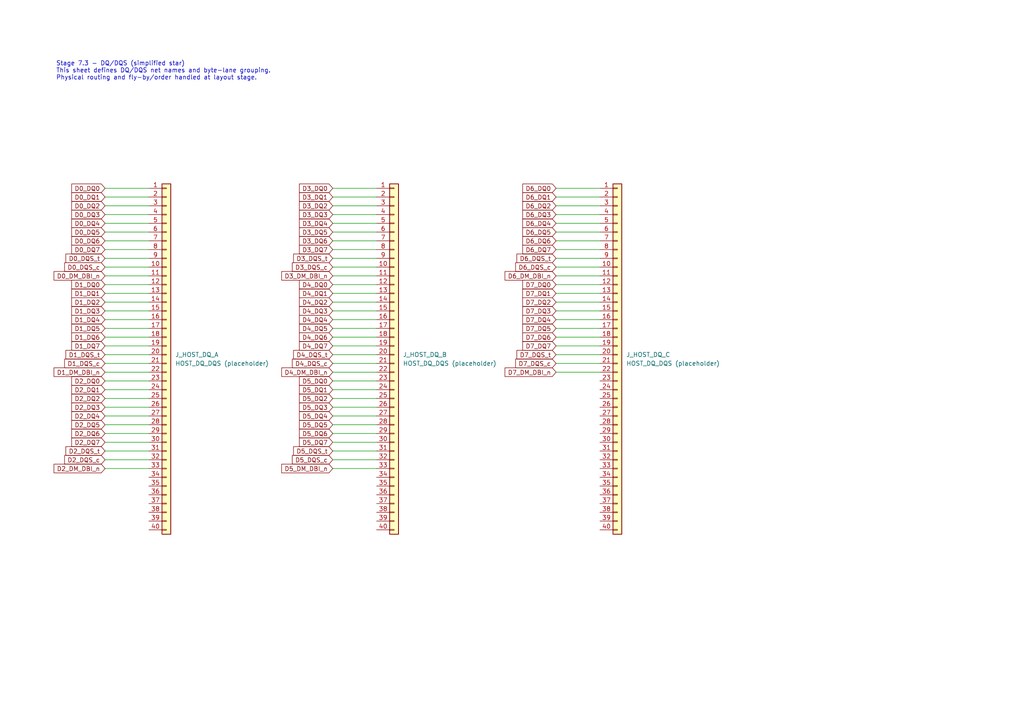
<source format=kicad_sch>
(kicad_sch (version 20250114) (generator "eeschema") (generator_version "9.0")
  (paper "A4")
  (lib_symbols
    (symbol "Connector_Generic:Conn_01x40" (pin_names (offset 1.016) (hide yes))
      (property "Reference" "J" (at 0 50.8 0))
      (property "Value" "Conn_01x40" (at 0 -53.34 0))
      (symbol "Conn_01x40_1_1"
        (rectangle (start -1.27 49.53) (end 1.27 -52.07) (stroke (width 0.254)) (fill (type background)))
        (rectangle (start -1.27 48.387) (end 0 48.133) (stroke (width 0.1524)))
        (rectangle (start -1.27 45.847) (end 0 45.593) (stroke (width 0.1524)))
        (rectangle (start -1.27 43.307) (end 0 43.053) (stroke (width 0.1524)))
        (rectangle (start -1.27 40.767) (end 0 40.513) (stroke (width 0.1524)))
        (rectangle (start -1.27 38.227) (end 0 37.973) (stroke (width 0.1524)))
        (rectangle (start -1.27 35.687) (end 0 35.433) (stroke (width 0.1524)))
        (rectangle (start -1.27 33.147) (end 0 32.893) (stroke (width 0.1524)))
        (rectangle (start -1.27 30.607) (end 0 30.353) (stroke (width 0.1524)))
        (rectangle (start -1.27 28.067) (end 0 27.813) (stroke (width 0.1524)))
        (rectangle (start -1.27 25.527) (end 0 25.273) (stroke (width 0.1524)))
        (rectangle (start -1.27 22.987) (end 0 22.733) (stroke (width 0.1524)))
        (rectangle (start -1.27 20.447) (end 0 20.193) (stroke (width 0.1524)))
        (rectangle (start -1.27 17.907) (end 0 17.653) (stroke (width 0.1524)))
        (rectangle (start -1.27 15.367) (end 0 15.113) (stroke (width 0.1524)))
        (rectangle (start -1.27 12.827) (end 0 12.573) (stroke (width 0.1524)))
        (rectangle (start -1.27 10.287) (end 0 10.033) (stroke (width 0.1524)))
        (rectangle (start -1.27 7.747) (end 0 7.493) (stroke (width 0.1524)))
        (rectangle (start -1.27 5.207) (end 0 4.953) (stroke (width 0.1524)))
        (rectangle (start -1.27 2.667) (end 0 2.413) (stroke (width 0.1524)))
        (rectangle (start -1.27 0.127) (end 0 -0.127) (stroke (width 0.1524)))
        (rectangle (start -1.27 -2.413) (end 0 -2.667) (stroke (width 0.1524)))
        (rectangle (start -1.27 -4.953) (end 0 -5.207) (stroke (width 0.1524)))
        (rectangle (start -1.27 -7.493) (end 0 -7.747) (stroke (width 0.1524)))
        (rectangle (start -1.27 -10.033) (end 0 -10.287) (stroke (width 0.1524)))
        (rectangle (start -1.27 -12.573) (end 0 -12.827) (stroke (width 0.1524)))
        (rectangle (start -1.27 -15.113) (end 0 -15.367) (stroke (width 0.1524)))
        (rectangle (start -1.27 -17.653) (end 0 -17.907) (stroke (width 0.1524)))
        (rectangle (start -1.27 -20.193) (end 0 -20.447) (stroke (width 0.1524)))
        (rectangle (start -1.27 -22.733) (end 0 -22.987) (stroke (width 0.1524)))
        (rectangle (start -1.27 -25.273) (end 0 -25.527) (stroke (width 0.1524)))
        (rectangle (start -1.27 -27.813) (end 0 -28.067) (stroke (width 0.1524)))
        (rectangle (start -1.27 -30.353) (end 0 -30.607) (stroke (width 0.1524)))
        (rectangle (start -1.27 -32.893) (end 0 -33.147) (stroke (width 0.1524)))
        (rectangle (start -1.27 -35.433) (end 0 -35.687) (stroke (width 0.1524)))
        (rectangle (start -1.27 -37.973) (end 0 -38.227) (stroke (width 0.1524)))
        (rectangle (start -1.27 -40.513) (end 0 -40.767) (stroke (width 0.1524)))
        (rectangle (start -1.27 -43.053) (end 0 -43.307) (stroke (width 0.1524)))
        (rectangle (start -1.27 -45.593) (end 0 -45.847) (stroke (width 0.1524)))
        (rectangle (start -1.27 -48.133) (end 0 -48.387) (stroke (width 0.1524)))
        (rectangle (start -1.27 -50.673) (end 0 -50.927) (stroke (width 0.1524)))
        (pin passive line (at -5.08 48.26 0) (length 3.81) (name "Pin_1") (number "1"))
        (pin passive line (at -5.08 45.72 0) (length 3.81) (name "Pin_2") (number "2"))
        (pin passive line (at -5.08 43.18 0) (length 3.81) (name "Pin_3") (number "3"))
        (pin passive line (at -5.08 40.64 0) (length 3.81) (name "Pin_4") (number "4"))
        (pin passive line (at -5.08 38.1 0) (length 3.81) (name "Pin_5") (number "5"))
        (pin passive line (at -5.08 35.56 0) (length 3.81) (name "Pin_6") (number "6"))
        (pin passive line (at -5.08 33.02 0) (length 3.81) (name "Pin_7") (number "7"))
        (pin passive line (at -5.08 30.48 0) (length 3.81) (name "Pin_8") (number "8"))
        (pin passive line (at -5.08 27.94 0) (length 3.81) (name "Pin_9") (number "9"))
        (pin passive line (at -5.08 25.4 0) (length 3.81) (name "Pin_10") (number "10"))
        (pin passive line (at -5.08 22.86 0) (length 3.81) (name "Pin_11") (number "11"))
        (pin passive line (at -5.08 20.32 0) (length 3.81) (name "Pin_12") (number "12"))
        (pin passive line (at -5.08 17.78 0) (length 3.81) (name "Pin_13") (number "13"))
        (pin passive line (at -5.08 15.24 0) (length 3.81) (name "Pin_14") (number "14"))
        (pin passive line (at -5.08 12.7 0) (length 3.81) (name "Pin_15") (number "15"))
        (pin passive line (at -5.08 10.16 0) (length 3.81) (name "Pin_16") (number "16"))
        (pin passive line (at -5.08 7.62 0) (length 3.81) (name "Pin_17") (number "17"))
        (pin passive line (at -5.08 5.08 0) (length 3.81) (name "Pin_18") (number "18"))
        (pin passive line (at -5.08 2.54 0) (length 3.81) (name "Pin_19") (number "19"))
        (pin passive line (at -5.08 0 0) (length 3.81) (name "Pin_20") (number "20"))
        (pin passive line (at -5.08 -2.54 0) (length 3.81) (name "Pin_21") (number "21"))
        (pin passive line (at -5.08 -5.08 0) (length 3.81) (name "Pin_22") (number "22"))
        (pin passive line (at -5.08 -7.62 0) (length 3.81) (name "Pin_23") (number "23"))
        (pin passive line (at -5.08 -10.16 0) (length 3.81) (name "Pin_24") (number "24"))
        (pin passive line (at -5.08 -12.7 0) (length 3.81) (name "Pin_25") (number "25"))
        (pin passive line (at -5.08 -15.24 0) (length 3.81) (name "Pin_26") (number "26"))
        (pin passive line (at -5.08 -17.78 0) (length 3.81) (name "Pin_27") (number "27"))
        (pin passive line (at -5.08 -20.32 0) (length 3.81) (name "Pin_28") (number "28"))
        (pin passive line (at -5.08 -22.86 0) (length 3.81) (name "Pin_29") (number "29"))
        (pin passive line (at -5.08 -25.4 0) (length 3.81) (name "Pin_30") (number "30"))
        (pin passive line (at -5.08 -27.94 0) (length 3.81) (name "Pin_31") (number "31"))
        (pin passive line (at -5.08 -30.48 0) (length 3.81) (name "Pin_32") (number "32"))
        (pin passive line (at -5.08 -33.02 0) (length 3.81) (name "Pin_33") (number "33"))
        (pin passive line (at -5.08 -35.56 0) (length 3.81) (name "Pin_34") (number "34"))
        (pin passive line (at -5.08 -38.1 0) (length 3.81) (name "Pin_35") (number "35"))
        (pin passive line (at -5.08 -40.64 0) (length 3.81) (name "Pin_36") (number "36"))
        (pin passive line (at -5.08 -43.18 0) (length 3.81) (name "Pin_37") (number "37"))
        (pin passive line (at -5.08 -45.72 0) (length 3.81) (name "Pin_38") (number "38"))
        (pin passive line (at -5.08 -48.26 0) (length 3.81) (name "Pin_39") (number "39"))
        (pin passive line (at -5.08 -50.8 0) (length 3.81) (name "Pin_40") (number "40"))
      )
    )
  )
  (text "Stage 7.3 - DQ/DQS (simplified star)\nThis sheet defines DQ/DQS net names and byte-lane grouping.\nPhysical routing and fly-by/order handled at layout stage.\n" (at 16.256 20.574 0) (effects (font (size 1.27 1.27)) (justify left)))
  (wire (pts (xy 30.48 105.41) (xy 43.18 105.41)))
  (wire (pts (xy 96.52 59.69) (xy 109.22 59.69)))
  (wire (pts (xy 96.52 97.79) (xy 109.22 97.79)))
  (wire (pts (xy 161.29 74.93) (xy 173.99 74.93)))
  (wire (pts (xy 30.48 62.23) (xy 43.18 62.23)))
  (wire (pts (xy 30.48 72.39) (xy 43.18 72.39)))
  (wire (pts (xy 96.52 69.85) (xy 109.22 69.85)))
  (wire (pts (xy 30.48 125.73) (xy 43.18 125.73)))
  (wire (pts (xy 96.52 118.11) (xy 109.22 118.11)))
  (wire (pts (xy 161.29 102.87) (xy 173.99 102.87)))
  (wire (pts (xy 96.52 57.15) (xy 109.22 57.15)))
  (wire (pts (xy 96.52 125.73) (xy 109.22 125.73)))
  (wire (pts (xy 96.52 90.17) (xy 109.22 90.17)))
  (wire (pts (xy 30.48 107.95) (xy 43.18 107.95)))
  (wire (pts (xy 161.29 95.25) (xy 173.99 95.25)))
  (wire (pts (xy 96.52 120.65) (xy 109.22 120.65)))
  (wire (pts (xy 161.29 54.61) (xy 173.99 54.61)))
  (wire (pts (xy 30.48 135.89) (xy 43.18 135.89)))
  (wire (pts (xy 96.52 102.87) (xy 109.22 102.87)))
  (wire (pts (xy 161.29 92.71) (xy 173.99 92.71)))
  (wire (pts (xy 96.52 123.19) (xy 109.22 123.19)))
  (wire (pts (xy 30.48 77.47) (xy 43.18 77.47)))
  (wire (pts (xy 96.52 130.81) (xy 109.22 130.81)))
  (wire (pts (xy 30.48 82.55) (xy 43.18 82.55)))
  (wire (pts (xy 161.29 100.33) (xy 173.99 100.33)))
  (wire (pts (xy 30.48 102.87) (xy 43.18 102.87)))
  (wire (pts (xy 96.52 64.77) (xy 109.22 64.77)))
  (wire (pts (xy 30.48 95.25) (xy 43.18 95.25)))
  (wire (pts (xy 30.48 97.79) (xy 43.18 97.79)))
  (wire (pts (xy 96.52 135.89) (xy 109.22 135.89)))
  (wire (pts (xy 161.29 107.95) (xy 173.99 107.95)))
  (wire (pts (xy 96.52 107.95) (xy 109.22 107.95)))
  (wire (pts (xy 161.29 82.55) (xy 173.99 82.55)))
  (wire (pts (xy 30.48 59.69) (xy 43.18 59.69)))
  (wire (pts (xy 30.48 90.17) (xy 43.18 90.17)))
  (wire (pts (xy 161.29 105.41) (xy 173.99 105.41)))
  (wire (pts (xy 96.52 105.41) (xy 109.22 105.41)))
  (wire (pts (xy 161.29 80.01) (xy 173.99 80.01)))
  (wire (pts (xy 161.29 62.23) (xy 173.99 62.23)))
  (wire (pts (xy 161.29 85.09) (xy 173.99 85.09)))
  (wire (pts (xy 96.52 74.93) (xy 109.22 74.93)))
  (wire (pts (xy 30.48 118.11) (xy 43.18 118.11)))
  (wire (pts (xy 30.48 100.33) (xy 43.18 100.33)))
  (wire (pts (xy 30.48 85.09) (xy 43.18 85.09)))
  (wire (pts (xy 30.48 113.03) (xy 43.18 113.03)))
  (wire (pts (xy 30.48 57.15) (xy 43.18 57.15)))
  (wire (pts (xy 96.52 80.01) (xy 109.22 80.01)))
  (wire (pts (xy 30.48 128.27) (xy 43.18 128.27)))
  (wire (pts (xy 96.52 62.23) (xy 109.22 62.23)))
  (wire (pts (xy 96.52 77.47) (xy 109.22 77.47)))
  (wire (pts (xy 30.48 64.77) (xy 43.18 64.77)))
  (wire (pts (xy 30.48 69.85) (xy 43.18 69.85)))
  (wire (pts (xy 96.52 82.55) (xy 109.22 82.55)))
  (wire (pts (xy 96.52 72.39) (xy 109.22 72.39)))
  (wire (pts (xy 30.48 110.49) (xy 43.18 110.49)))
  (wire (pts (xy 96.52 133.35) (xy 109.22 133.35)))
  (wire (pts (xy 96.52 110.49) (xy 109.22 110.49)))
  (wire (pts (xy 161.29 64.77) (xy 173.99 64.77)))
  (wire (pts (xy 161.29 87.63) (xy 173.99 87.63)))
  (wire (pts (xy 30.48 120.65) (xy 43.18 120.65)))
  (wire (pts (xy 30.48 123.19) (xy 43.18 123.19)))
  (wire (pts (xy 30.48 54.61) (xy 43.18 54.61)))
  (wire (pts (xy 161.29 67.31) (xy 173.99 67.31)))
  (wire (pts (xy 161.29 90.17) (xy 173.99 90.17)))
  (wire (pts (xy 161.29 97.79) (xy 173.99 97.79)))
  (wire (pts (xy 161.29 59.69) (xy 173.99 59.69)))
  (wire (pts (xy 30.48 67.31) (xy 43.18 67.31)))
  (wire (pts (xy 30.48 87.63) (xy 43.18 87.63)))
  (wire (pts (xy 96.52 113.03) (xy 109.22 113.03)))
  (wire (pts (xy 96.52 92.71) (xy 109.22 92.71)))
  (wire (pts (xy 30.48 133.35) (xy 43.18 133.35)))
  (wire (pts (xy 161.29 77.47) (xy 173.99 77.47)))
  (wire (pts (xy 30.48 74.93) (xy 43.18 74.93)))
  (wire (pts (xy 30.48 130.81) (xy 43.18 130.81)))
  (wire (pts (xy 96.52 85.09) (xy 109.22 85.09)))
  (wire (pts (xy 96.52 115.57) (xy 109.22 115.57)))
  (wire (pts (xy 96.52 67.31) (xy 109.22 67.31)))
  (wire (pts (xy 30.48 92.71) (xy 43.18 92.71)))
  (wire (pts (xy 30.48 80.01) (xy 43.18 80.01)))
  (wire (pts (xy 96.52 87.63) (xy 109.22 87.63)))
  (wire (pts (xy 161.29 72.39) (xy 173.99 72.39)))
  (wire (pts (xy 96.52 100.33) (xy 109.22 100.33)))
  (wire (pts (xy 30.48 115.57) (xy 43.18 115.57)))
  (wire (pts (xy 161.29 57.15) (xy 173.99 57.15)))
  (wire (pts (xy 96.52 128.27) (xy 109.22 128.27)))
  (wire (pts (xy 161.29 69.85) (xy 173.99 69.85)))
  (wire (pts (xy 96.52 95.25) (xy 109.22 95.25)))
  (wire (pts (xy 96.52 54.61) (xy 109.22 54.61)))
  (global_label "D3_DQ3" (shape input) (at 96.52 62.23 180) (property "Intersheetrefs" "${INTERSHEET_REFS}" (effects (hide yes))))
  (global_label "D6_DQS_t" (shape input) (at 161.29 74.93 180) (property "Intersheetrefs" "${INTERSHEET_REFS}" (effects (hide yes))))
  (global_label "D5_DQ3" (shape input) (at 96.52 118.11 180) (property "Intersheetrefs" "${INTERSHEET_REFS}" (effects (hide yes))))
  (global_label "D6_DQ6" (shape input) (at 161.29 69.85 180) (property "Intersheetrefs" "${INTERSHEET_REFS}" (effects (hide yes))))
  (global_label "D1_DM_DBI_n" (shape input) (at 30.48 107.95 180) (property "Intersheetrefs" "${INTERSHEET_REFS}" (effects (hide yes))))
  (global_label "D4_DQS_c" (shape input) (at 96.52 105.41 180) (property "Intersheetrefs" "${INTERSHEET_REFS}" (effects (hide yes))))
  (global_label "D0_DQ2" (shape input) (at 30.48 59.69 180) (property "Intersheetrefs" "${INTERSHEET_REFS}" (effects (hide yes))))
  (global_label "D0_DQ0" (shape input) (at 30.48 54.61 180) (property "Intersheetrefs" "${INTERSHEET_REFS}" (effects (hide yes))))
  (global_label "D2_DQS_t" (shape input) (at 30.48 130.81 180) (property "Intersheetrefs" "${INTERSHEET_REFS}" (effects (hide yes))))
  (global_label "D7_DQ7" (shape input) (at 161.29 100.33 180) (property "Intersheetrefs" "${INTERSHEET_REFS}" (effects (hide yes))))
  (global_label "D6_DM_DBI_n" (shape input) (at 161.29 80.01 180) (property "Intersheetrefs" "${INTERSHEET_REFS}" (effects (hide yes))))
  (global_label "D7_DQ2" (shape input) (at 161.29 87.63 180) (property "Intersheetrefs" "${INTERSHEET_REFS}" (effects (hide yes))))
  (global_label "D4_DQ5" (shape input) (at 96.52 95.25 180) (property "Intersheetrefs" "${INTERSHEET_REFS}" (effects (hide yes))))
  (global_label "D6_DQ1" (shape input) (at 161.29 57.15 180) (property "Intersheetrefs" "${INTERSHEET_REFS}" (effects (hide yes))))
  (global_label "D6_DQ7" (shape input) (at 161.29 72.39 180) (property "Intersheetrefs" "${INTERSHEET_REFS}" (effects (hide yes))))
  (global_label "D4_DQ4" (shape input) (at 96.52 92.71 180) (property "Intersheetrefs" "${INTERSHEET_REFS}" (effects (hide yes))))
  (global_label "D0_DQ7" (shape input) (at 30.48 72.39 180) (property "Intersheetrefs" "${INTERSHEET_REFS}" (effects (hide yes))))
  (global_label "D2_DQS_c" (shape input) (at 30.48 133.35 180) (property "Intersheetrefs" "${INTERSHEET_REFS}" (effects (hide yes))))
  (global_label "D1_DQ3" (shape input) (at 30.48 90.17 180) (property "Intersheetrefs" "${INTERSHEET_REFS}" (effects (hide yes))))
  (global_label "D5_DQ1" (shape input) (at 96.52 113.03 180) (property "Intersheetrefs" "${INTERSHEET_REFS}" (effects (hide yes))))
  (global_label "D4_DQ1" (shape input) (at 96.52 85.09 180) (property "Intersheetrefs" "${INTERSHEET_REFS}" (effects (hide yes))))
  (global_label "D7_DQ4" (shape input) (at 161.29 92.71 180) (property "Intersheetrefs" "${INTERSHEET_REFS}" (effects (hide yes))))
  (global_label "D5_DQS_t" (shape input) (at 96.52 130.81 180) (property "Intersheetrefs" "${INTERSHEET_REFS}" (effects (hide yes))))
  (global_label "D2_DQ5" (shape input) (at 30.48 123.19 180) (property "Intersheetrefs" "${INTERSHEET_REFS}" (effects (hide yes))))
  (global_label "D7_DQ6" (shape input) (at 161.29 97.79 180) (property "Intersheetrefs" "${INTERSHEET_REFS}" (effects (hide yes))))
  (global_label "D6_DQ0" (shape input) (at 161.29 54.61 180) (property "Intersheetrefs" "${INTERSHEET_REFS}" (effects (hide yes))))
  (global_label "D7_DQ1" (shape input) (at 161.29 85.09 180) (property "Intersheetrefs" "${INTERSHEET_REFS}" (effects (hide yes))))
  (global_label "D6_DQ2" (shape input) (at 161.29 59.69 180) (property "Intersheetrefs" "${INTERSHEET_REFS}" (effects (hide yes))))
  (global_label "D3_DQS_c" (shape input) (at 96.52 77.47 180) (property "Intersheetrefs" "${INTERSHEET_REFS}" (effects (hide yes))))
  (global_label "D4_DQ3" (shape input) (at 96.52 90.17 180) (property "Intersheetrefs" "${INTERSHEET_REFS}" (effects (hide yes))))
  (global_label "D1_DQ7" (shape input) (at 30.48 100.33 180) (property "Intersheetrefs" "${INTERSHEET_REFS}" (effects (hide yes))))
  (global_label "D3_DQ6" (shape input) (at 96.52 69.85 180) (property "Intersheetrefs" "${INTERSHEET_REFS}" (effects (hide yes))))
  (global_label "D3_DM_DBI_n" (shape input) (at 96.52 80.01 180) (property "Intersheetrefs" "${INTERSHEET_REFS}" (effects (hide yes))))
  (global_label "D3_DQ0" (shape input) (at 96.52 54.61 180) (property "Intersheetrefs" "${INTERSHEET_REFS}" (effects (hide yes))))
  (global_label "D5_DQ7" (shape input) (at 96.52 128.27 180) (property "Intersheetrefs" "${INTERSHEET_REFS}" (effects (hide yes))))
  (global_label "D6_DQ5" (shape input) (at 161.29 67.31 180) (property "Intersheetrefs" "${INTERSHEET_REFS}" (effects (hide yes))))
  (global_label "D3_DQ4" (shape input) (at 96.52 64.77 180) (property "Intersheetrefs" "${INTERSHEET_REFS}" (effects (hide yes))))
  (global_label "D2_DQ6" (shape input) (at 30.48 125.73 180) (property "Intersheetrefs" "${INTERSHEET_REFS}" (effects (hide yes))))
  (global_label "D0_DM_DBI_n" (shape input) (at 30.48 80.01 180) (property "Intersheetrefs" "${INTERSHEET_REFS}" (effects (hide yes))))
  (global_label "D7_DM_DBI_n" (shape input) (at 161.29 107.95 180) (property "Intersheetrefs" "${INTERSHEET_REFS}" (effects (hide yes))))
  (global_label "D1_DQ0" (shape input) (at 30.48 82.55 180) (property "Intersheetrefs" "${INTERSHEET_REFS}" (effects (hide yes))))
  (global_label "D5_DQS_c" (shape input) (at 96.52 133.35 180) (property "Intersheetrefs" "${INTERSHEET_REFS}" (effects (hide yes))))
  (global_label "D5_DQ4" (shape input) (at 96.52 120.65 180) (property "Intersheetrefs" "${INTERSHEET_REFS}" (effects (hide yes))))
  (global_label "D4_DQS_t" (shape input) (at 96.52 102.87 180) (property "Intersheetrefs" "${INTERSHEET_REFS}" (effects (hide yes))))
  (global_label "D1_DQ2" (shape input) (at 30.48 87.63 180) (property "Intersheetrefs" "${INTERSHEET_REFS}" (effects (hide yes))))
  (global_label "D2_DM_DBI_n" (shape input) (at 30.48 135.89 180) (property "Intersheetrefs" "${INTERSHEET_REFS}" (effects (hide yes))))
  (global_label "D0_DQS_t" (shape input) (at 30.48 74.93 180) (property "Intersheetrefs" "${INTERSHEET_REFS}" (effects (hide yes))))
  (global_label "D4_DQ2" (shape input) (at 96.52 87.63 180) (property "Intersheetrefs" "${INTERSHEET_REFS}" (effects (hide yes))))
  (global_label "D1_DQ1" (shape input) (at 30.48 85.09 180) (property "Intersheetrefs" "${INTERSHEET_REFS}" (effects (hide yes))))
  (global_label "D5_DQ2" (shape input) (at 96.52 115.57 180) (property "Intersheetrefs" "${INTERSHEET_REFS}" (effects (hide yes))))
  (global_label "D4_DQ6" (shape input) (at 96.52 97.79 180) (property "Intersheetrefs" "${INTERSHEET_REFS}" (effects (hide yes))))
  (global_label "D6_DQS_c" (shape input) (at 161.29 77.47 180) (property "Intersheetrefs" "${INTERSHEET_REFS}" (effects (hide yes))))
  (global_label "D5_DQ5" (shape input) (at 96.52 123.19 180) (property "Intersheetrefs" "${INTERSHEET_REFS}" (effects (hide yes))))
  (global_label "D0_DQS_c" (shape input) (at 30.48 77.47 180) (property "Intersheetrefs" "${INTERSHEET_REFS}" (effects (hide yes))))
  (global_label "D2_DQ4" (shape input) (at 30.48 120.65 180) (property "Intersheetrefs" "${INTERSHEET_REFS}" (effects (hide yes))))
  (global_label "D1_DQ6" (shape input) (at 30.48 97.79 180) (property "Intersheetrefs" "${INTERSHEET_REFS}" (effects (hide yes))))
  (global_label "D3_DQ5" (shape input) (at 96.52 67.31 180) (property "Intersheetrefs" "${INTERSHEET_REFS}" (effects (hide yes))))
  (global_label "D5_DQ0" (shape input) (at 96.52 110.49 180) (property "Intersheetrefs" "${INTERSHEET_REFS}" (effects (hide yes))))
  (global_label "D5_DQ6" (shape input) (at 96.52 125.73 180) (property "Intersheetrefs" "${INTERSHEET_REFS}" (effects (hide yes))))
  (global_label "D7_DQ5" (shape input) (at 161.29 95.25 180) (property "Intersheetrefs" "${INTERSHEET_REFS}" (effects (hide yes))))
  (global_label "D1_DQS_c" (shape input) (at 30.48 105.41 180) (property "Intersheetrefs" "${INTERSHEET_REFS}" (effects (hide yes))))
  (global_label "D4_DQ0" (shape input) (at 96.52 82.55 180) (property "Intersheetrefs" "${INTERSHEET_REFS}" (effects (hide yes))))
  (global_label "D4_DM_DBI_n" (shape input) (at 96.52 107.95 180) (property "Intersheetrefs" "${INTERSHEET_REFS}" (effects (hide yes))))
  (global_label "D3_DQS_t" (shape input) (at 96.52 74.93 180) (property "Intersheetrefs" "${INTERSHEET_REFS}" (effects (hide yes))))
  (global_label "D0_DQ6" (shape input) (at 30.48 69.85 180) (property "Intersheetrefs" "${INTERSHEET_REFS}" (effects (hide yes))))
  (global_label "D7_DQS_c" (shape input) (at 161.29 105.41 180) (property "Intersheetrefs" "${INTERSHEET_REFS}" (effects (hide yes))))
  (global_label "D7_DQ0" (shape input) (at 161.29 82.55 180) (property "Intersheetrefs" "${INTERSHEET_REFS}" (effects (hide yes))))
  (global_label "D0_DQ3" (shape input) (at 30.48 62.23 180) (property "Intersheetrefs" "${INTERSHEET_REFS}" (effects (hide yes))))
  (global_label "D1_DQ5" (shape input) (at 30.48 95.25 180) (property "Intersheetrefs" "${INTERSHEET_REFS}" (effects (hide yes))))
  (global_label "D2_DQ3" (shape input) (at 30.48 118.11 180) (property "Intersheetrefs" "${INTERSHEET_REFS}" (effects (hide yes))))
  (global_label "D5_DM_DBI_n" (shape input) (at 96.52 135.89 180) (property "Intersheetrefs" "${INTERSHEET_REFS}" (effects (hide yes))))
  (global_label "D2_DQ1" (shape input) (at 30.48 113.03 180) (property "Intersheetrefs" "${INTERSHEET_REFS}" (effects (hide yes))))
  (global_label "D6_DQ3" (shape input) (at 161.29 62.23 180) (property "Intersheetrefs" "${INTERSHEET_REFS}" (effects (hide yes))))
  (global_label "D0_DQ1" (shape input) (at 30.48 57.15 180) (property "Intersheetrefs" "${INTERSHEET_REFS}" (effects (hide yes))))
  (global_label "D2_DQ7" (shape input) (at 30.48 128.27 180) (property "Intersheetrefs" "${INTERSHEET_REFS}" (effects (hide yes))))
  (global_label "D2_DQ0" (shape input) (at 30.48 110.49 180) (property "Intersheetrefs" "${INTERSHEET_REFS}" (effects (hide yes))))
  (global_label "D7_DQ3" (shape input) (at 161.29 90.17 180) (property "Intersheetrefs" "${INTERSHEET_REFS}" (effects (hide yes))))
  (global_label "D6_DQ4" (shape input) (at 161.29 64.77 180) (property "Intersheetrefs" "${INTERSHEET_REFS}" (effects (hide yes))))
  (global_label "D3_DQ7" (shape input) (at 96.52 72.39 180) (property "Intersheetrefs" "${INTERSHEET_REFS}" (effects (hide yes))))
  (global_label "D1_DQ4" (shape input) (at 30.48 92.71 180) (property "Intersheetrefs" "${INTERSHEET_REFS}" (effects (hide yes))))
  (global_label "D0_DQ4" (shape input) (at 30.48 64.77 180) (property "Intersheetrefs" "${INTERSHEET_REFS}" (effects (hide yes))))
  (global_label "D7_DQS_t" (shape input) (at 161.29 102.87 180) (property "Intersheetrefs" "${INTERSHEET_REFS}" (effects (hide yes))))
  (global_label "D3_DQ2" (shape input) (at 96.52 59.69 180) (property "Intersheetrefs" "${INTERSHEET_REFS}" (effects (hide yes))))
  (global_label "D2_DQ2" (shape input) (at 30.48 115.57 180) (property "Intersheetrefs" "${INTERSHEET_REFS}" (effects (hide yes))))
  (global_label "D4_DQ7" (shape input) (at 96.52 100.33 180) (property "Intersheetrefs" "${INTERSHEET_REFS}" (effects (hide yes))))
  (global_label "D0_DQ5" (shape input) (at 30.48 67.31 180) (property "Intersheetrefs" "${INTERSHEET_REFS}" (effects (hide yes))))
  (global_label "D1_DQS_t" (shape input) (at 30.48 102.87 180) (property "Intersheetrefs" "${INTERSHEET_REFS}" (effects (hide yes))))
  (global_label "D3_DQ1" (shape input) (at 96.52 57.15 180) (property "Intersheetrefs" "${INTERSHEET_REFS}" (effects (hide yes))))
  (symbol (lib_id "Connector_Generic:Conn_01x40") (at 179.07 102.87 0) (unit 1)
    (property "Reference" "J_HOST_DQ_C" (at 181.61 102.8699 0) (effects (justify left)))
    (property "Value" "HOST_DQ_DQS (placeholder)" (at 181.61 105.4099 0) (effects (justify left)))
    (property "Description" "Generic connector, single row, 01x40, script generated (kicad-library-utils/schlib/autogen/connector/)" (effects (hide yes)))
  )
  (symbol (lib_id "Connector_Generic:Conn_01x40") (at 114.3 102.87 0) (unit 1)
    (property "Reference" "J_HOST_DQ_B" (at 116.84 102.8699 0) (effects (justify left)))
    (property "Value" "HOST_DQ_DQS (placeholder)" (at 116.84 105.4099 0) (effects (justify left)))
    (property "Description" "Generic connector, single row, 01x40, script generated (kicad-library-utils/schlib/autogen/connector/)" (effects (hide yes)))
  )
  (symbol (lib_id "Connector_Generic:Conn_01x40") (at 48.26 102.87 0) (unit 1)
    (property "Reference" "J_HOST_DQ_A" (at 50.8 102.8699 0) (effects (justify left)))
    (property "Value" "HOST_DQ_DQS (placeholder)" (at 50.8 105.4099 0) (effects (justify left)))
    (property "Description" "Generic connector, single row, 01x40, script generated (kicad-library-utils/schlib/autogen/connector/)" (effects (hide yes)))
  )
)
</source>
